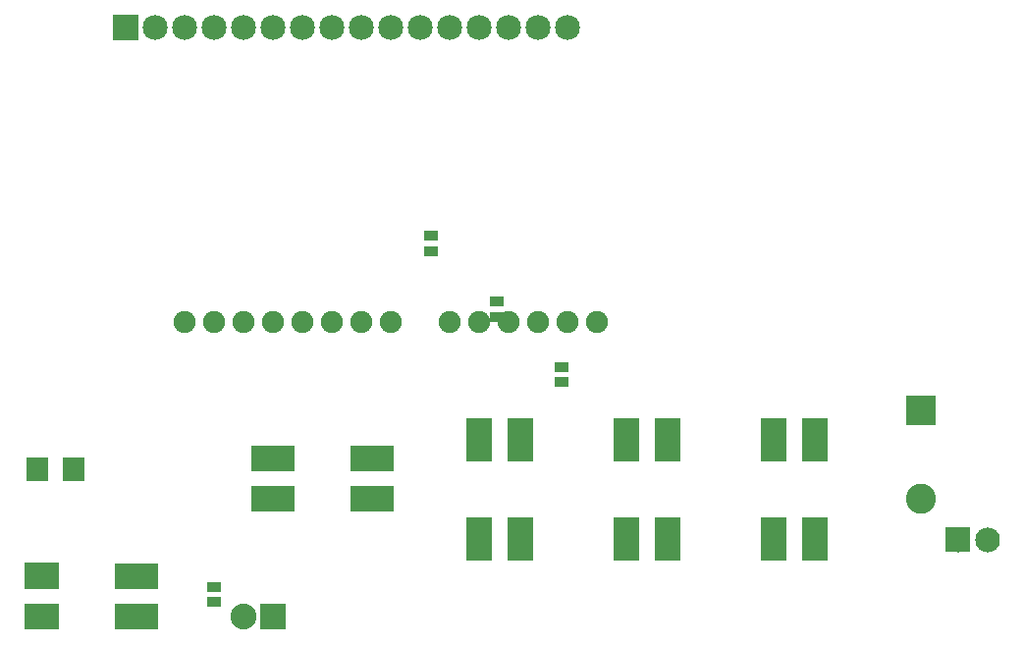
<source format=gts>
G04 MADE WITH FRITZING*
G04 WWW.FRITZING.ORG*
G04 DOUBLE SIDED*
G04 HOLES PLATED*
G04 CONTOUR ON CENTER OF CONTOUR VECTOR*
%ASAXBY*%
%FSLAX23Y23*%
%MOIN*%
%OFA0B0*%
%SFA1.0B1.0*%
%ADD10C,0.075278*%
%ADD11C,0.084000*%
%ADD12C,0.085000*%
%ADD13C,0.088000*%
%ADD14C,0.102000*%
%ADD15R,0.085000X0.085000*%
%ADD16R,0.072992X0.084803*%
%ADD17R,0.147795X0.088740*%
%ADD18R,0.088740X0.147795*%
%ADD19R,0.045433X0.037559*%
%ADD20R,0.088000X0.088000*%
%ADD21R,0.102000X0.102000*%
%ADD22R,0.001000X0.001000*%
%LNMASK1*%
G90*
G70*
G54D10*
X1544Y1089D03*
X1644Y1089D03*
X1744Y1089D03*
X1844Y1089D03*
X1944Y1089D03*
X644Y1089D03*
X544Y1089D03*
X744Y1089D03*
X844Y1089D03*
X944Y1089D03*
X1044Y1089D03*
X1144Y1089D03*
X1244Y1089D03*
X1444Y1089D03*
G54D11*
X3169Y349D03*
X3269Y349D03*
X3169Y349D03*
X3269Y349D03*
G54D12*
X344Y2089D03*
X444Y2089D03*
X544Y2089D03*
X644Y2089D03*
X744Y2089D03*
X844Y2089D03*
X944Y2089D03*
X1044Y2089D03*
X1144Y2089D03*
X1244Y2089D03*
X1344Y2089D03*
X1444Y2089D03*
X1544Y2089D03*
X1644Y2089D03*
X1744Y2089D03*
X1844Y2089D03*
G54D13*
X844Y89D03*
X744Y89D03*
G54D14*
X3044Y789D03*
X3044Y489D03*
G54D15*
X344Y2089D03*
G54D16*
X44Y589D03*
X166Y589D03*
G54D17*
X844Y627D03*
X844Y489D03*
X1179Y489D03*
X1179Y627D03*
X379Y89D03*
X379Y227D03*
G54D18*
X1682Y689D03*
X1544Y689D03*
X1544Y354D03*
X1682Y354D03*
X2182Y689D03*
X2044Y689D03*
X2044Y354D03*
X2182Y354D03*
X2682Y689D03*
X2544Y689D03*
X2544Y354D03*
X2682Y354D03*
G54D19*
X2047Y714D03*
X2047Y663D03*
X1603Y1159D03*
X1603Y1107D03*
X1825Y936D03*
X1825Y885D03*
X1380Y1381D03*
X1380Y1330D03*
X644Y189D03*
X644Y138D03*
G54D20*
X844Y89D03*
G54D21*
X3044Y789D03*
G54D22*
X3127Y391D02*
X3210Y391D01*
X3127Y390D02*
X3210Y390D01*
X3127Y389D02*
X3210Y389D01*
X3127Y388D02*
X3210Y388D01*
X3127Y387D02*
X3210Y387D01*
X3127Y386D02*
X3210Y386D01*
X3127Y385D02*
X3210Y385D01*
X3127Y384D02*
X3210Y384D01*
X3127Y383D02*
X3210Y383D01*
X3127Y382D02*
X3210Y382D01*
X3127Y381D02*
X3210Y381D01*
X3127Y380D02*
X3210Y380D01*
X3127Y379D02*
X3210Y379D01*
X3127Y378D02*
X3210Y378D01*
X3127Y377D02*
X3210Y377D01*
X3127Y376D02*
X3210Y376D01*
X3127Y375D02*
X3210Y375D01*
X3127Y374D02*
X3210Y374D01*
X3127Y373D02*
X3210Y373D01*
X3127Y372D02*
X3210Y372D01*
X3127Y371D02*
X3210Y371D01*
X3127Y370D02*
X3210Y370D01*
X3127Y369D02*
X3210Y369D01*
X3127Y368D02*
X3210Y368D01*
X3127Y367D02*
X3210Y367D01*
X3127Y366D02*
X3210Y366D01*
X3127Y365D02*
X3210Y365D01*
X3127Y364D02*
X3165Y364D01*
X3172Y364D02*
X3210Y364D01*
X3127Y363D02*
X3162Y363D01*
X3175Y363D02*
X3210Y363D01*
X3127Y362D02*
X3160Y362D01*
X3177Y362D02*
X3210Y362D01*
X3127Y361D02*
X3159Y361D01*
X3178Y361D02*
X3210Y361D01*
X3127Y360D02*
X3157Y360D01*
X3179Y360D02*
X3210Y360D01*
X3127Y359D02*
X3156Y359D01*
X3180Y359D02*
X3210Y359D01*
X3127Y358D02*
X3156Y358D01*
X3181Y358D02*
X3210Y358D01*
X3127Y357D02*
X3155Y357D01*
X3182Y357D02*
X3210Y357D01*
X3127Y356D02*
X3154Y356D01*
X3182Y356D02*
X3210Y356D01*
X3127Y355D02*
X3154Y355D01*
X3183Y355D02*
X3210Y355D01*
X3127Y354D02*
X3154Y354D01*
X3183Y354D02*
X3210Y354D01*
X3127Y353D02*
X3153Y353D01*
X3183Y353D02*
X3210Y353D01*
X3127Y352D02*
X3153Y352D01*
X3184Y352D02*
X3210Y352D01*
X3127Y351D02*
X3153Y351D01*
X3184Y351D02*
X3210Y351D01*
X3127Y350D02*
X3153Y350D01*
X3184Y350D02*
X3210Y350D01*
X3127Y349D02*
X3153Y349D01*
X3184Y349D02*
X3210Y349D01*
X3127Y348D02*
X3153Y348D01*
X3184Y348D02*
X3210Y348D01*
X3127Y347D02*
X3153Y347D01*
X3184Y347D02*
X3210Y347D01*
X3127Y346D02*
X3153Y346D01*
X3184Y346D02*
X3210Y346D01*
X3127Y345D02*
X3153Y345D01*
X3183Y345D02*
X3210Y345D01*
X3127Y344D02*
X3154Y344D01*
X3183Y344D02*
X3210Y344D01*
X3127Y343D02*
X3154Y343D01*
X3183Y343D02*
X3210Y343D01*
X3127Y342D02*
X3155Y342D01*
X3182Y342D02*
X3210Y342D01*
X3127Y341D02*
X3155Y341D01*
X3181Y341D02*
X3210Y341D01*
X3127Y340D02*
X3156Y340D01*
X3181Y340D02*
X3210Y340D01*
X3127Y339D02*
X3157Y339D01*
X3180Y339D02*
X3210Y339D01*
X3127Y338D02*
X3158Y338D01*
X3179Y338D02*
X3210Y338D01*
X3127Y337D02*
X3159Y337D01*
X3177Y337D02*
X3210Y337D01*
X3127Y336D02*
X3161Y336D01*
X3176Y336D02*
X3210Y336D01*
X3127Y335D02*
X3163Y335D01*
X3173Y335D02*
X3210Y335D01*
X3127Y334D02*
X3210Y334D01*
X3127Y333D02*
X3210Y333D01*
X3127Y332D02*
X3210Y332D01*
X3127Y331D02*
X3210Y331D01*
X3127Y330D02*
X3210Y330D01*
X3127Y329D02*
X3210Y329D01*
X3127Y328D02*
X3210Y328D01*
X3127Y327D02*
X3210Y327D01*
X3127Y326D02*
X3210Y326D01*
X3127Y325D02*
X3210Y325D01*
X3127Y324D02*
X3210Y324D01*
X3127Y323D02*
X3210Y323D01*
X3127Y322D02*
X3210Y322D01*
X3127Y321D02*
X3210Y321D01*
X3127Y320D02*
X3210Y320D01*
X3127Y319D02*
X3210Y319D01*
X3127Y318D02*
X3210Y318D01*
X3127Y317D02*
X3210Y317D01*
X3127Y316D02*
X3210Y316D01*
X3127Y315D02*
X3210Y315D01*
X3127Y314D02*
X3210Y314D01*
X3127Y313D02*
X3210Y313D01*
X3127Y312D02*
X3210Y312D01*
X3127Y311D02*
X3210Y311D01*
X3127Y310D02*
X3210Y310D01*
X3127Y309D02*
X3210Y309D01*
X3127Y308D02*
X3210Y308D01*
X0Y271D02*
X117Y271D01*
X0Y270D02*
X117Y270D01*
X0Y269D02*
X117Y269D01*
X0Y268D02*
X117Y268D01*
X0Y267D02*
X117Y267D01*
X0Y266D02*
X117Y266D01*
X0Y265D02*
X117Y265D01*
X0Y264D02*
X117Y264D01*
X0Y263D02*
X117Y263D01*
X0Y262D02*
X117Y262D01*
X0Y261D02*
X117Y261D01*
X0Y260D02*
X117Y260D01*
X0Y259D02*
X117Y259D01*
X0Y258D02*
X117Y258D01*
X0Y257D02*
X117Y257D01*
X0Y256D02*
X117Y256D01*
X0Y255D02*
X117Y255D01*
X0Y254D02*
X117Y254D01*
X0Y253D02*
X117Y253D01*
X0Y252D02*
X117Y252D01*
X0Y251D02*
X117Y251D01*
X0Y250D02*
X117Y250D01*
X0Y249D02*
X117Y249D01*
X0Y248D02*
X117Y248D01*
X0Y247D02*
X117Y247D01*
X0Y246D02*
X117Y246D01*
X0Y245D02*
X117Y245D01*
X0Y244D02*
X117Y244D01*
X0Y243D02*
X117Y243D01*
X0Y242D02*
X117Y242D01*
X0Y241D02*
X117Y241D01*
X0Y240D02*
X117Y240D01*
X0Y239D02*
X117Y239D01*
X0Y238D02*
X117Y238D01*
X0Y237D02*
X117Y237D01*
X0Y236D02*
X117Y236D01*
X0Y235D02*
X117Y235D01*
X0Y234D02*
X117Y234D01*
X0Y233D02*
X117Y233D01*
X0Y232D02*
X117Y232D01*
X0Y231D02*
X117Y231D01*
X0Y230D02*
X117Y230D01*
X0Y229D02*
X117Y229D01*
X0Y228D02*
X117Y228D01*
X0Y227D02*
X117Y227D01*
X0Y226D02*
X117Y226D01*
X0Y225D02*
X117Y225D01*
X0Y224D02*
X117Y224D01*
X0Y223D02*
X117Y223D01*
X0Y222D02*
X117Y222D01*
X0Y221D02*
X117Y221D01*
X0Y220D02*
X117Y220D01*
X0Y219D02*
X117Y219D01*
X0Y218D02*
X117Y218D01*
X0Y217D02*
X117Y217D01*
X0Y216D02*
X117Y216D01*
X0Y215D02*
X117Y215D01*
X0Y214D02*
X117Y214D01*
X0Y213D02*
X117Y213D01*
X0Y212D02*
X117Y212D01*
X0Y211D02*
X117Y211D01*
X0Y210D02*
X117Y210D01*
X0Y209D02*
X117Y209D01*
X0Y208D02*
X117Y208D01*
X0Y207D02*
X117Y207D01*
X0Y206D02*
X117Y206D01*
X0Y205D02*
X117Y205D01*
X0Y204D02*
X117Y204D01*
X0Y203D02*
X117Y203D01*
X0Y202D02*
X117Y202D01*
X0Y201D02*
X117Y201D01*
X0Y200D02*
X117Y200D01*
X0Y199D02*
X117Y199D01*
X0Y198D02*
X117Y198D01*
X0Y197D02*
X117Y197D01*
X0Y196D02*
X117Y196D01*
X0Y195D02*
X117Y195D01*
X0Y194D02*
X117Y194D01*
X0Y193D02*
X117Y193D01*
X0Y192D02*
X117Y192D01*
X0Y191D02*
X117Y191D01*
X0Y190D02*
X117Y190D01*
X0Y189D02*
X117Y189D01*
X0Y188D02*
X117Y188D01*
X0Y187D02*
X117Y187D01*
X0Y186D02*
X117Y186D01*
X0Y185D02*
X117Y185D01*
X0Y184D02*
X117Y184D01*
X0Y183D02*
X117Y183D01*
X0Y133D02*
X117Y133D01*
X0Y132D02*
X117Y132D01*
X0Y131D02*
X117Y131D01*
X0Y130D02*
X117Y130D01*
X0Y129D02*
X117Y129D01*
X0Y128D02*
X117Y128D01*
X0Y127D02*
X117Y127D01*
X0Y126D02*
X117Y126D01*
X0Y125D02*
X117Y125D01*
X0Y124D02*
X117Y124D01*
X0Y123D02*
X117Y123D01*
X0Y122D02*
X117Y122D01*
X0Y121D02*
X117Y121D01*
X0Y120D02*
X117Y120D01*
X0Y119D02*
X117Y119D01*
X0Y118D02*
X117Y118D01*
X0Y117D02*
X117Y117D01*
X0Y116D02*
X117Y116D01*
X0Y115D02*
X117Y115D01*
X0Y114D02*
X117Y114D01*
X0Y113D02*
X117Y113D01*
X0Y112D02*
X117Y112D01*
X0Y111D02*
X117Y111D01*
X0Y110D02*
X117Y110D01*
X0Y109D02*
X117Y109D01*
X0Y108D02*
X117Y108D01*
X0Y107D02*
X117Y107D01*
X0Y106D02*
X117Y106D01*
X0Y105D02*
X117Y105D01*
X0Y104D02*
X117Y104D01*
X0Y103D02*
X117Y103D01*
X0Y102D02*
X117Y102D01*
X0Y101D02*
X117Y101D01*
X0Y100D02*
X117Y100D01*
X0Y99D02*
X117Y99D01*
X0Y98D02*
X117Y98D01*
X0Y97D02*
X117Y97D01*
X0Y96D02*
X117Y96D01*
X0Y95D02*
X117Y95D01*
X0Y94D02*
X117Y94D01*
X0Y93D02*
X117Y93D01*
X0Y92D02*
X117Y92D01*
X0Y91D02*
X117Y91D01*
X0Y90D02*
X117Y90D01*
X0Y89D02*
X117Y89D01*
X0Y88D02*
X117Y88D01*
X0Y87D02*
X117Y87D01*
X0Y86D02*
X117Y86D01*
X0Y85D02*
X117Y85D01*
X0Y84D02*
X117Y84D01*
X0Y83D02*
X117Y83D01*
X0Y82D02*
X117Y82D01*
X0Y81D02*
X117Y81D01*
X0Y80D02*
X117Y80D01*
X0Y79D02*
X117Y79D01*
X0Y78D02*
X117Y78D01*
X0Y77D02*
X117Y77D01*
X0Y76D02*
X117Y76D01*
X0Y75D02*
X117Y75D01*
X0Y74D02*
X117Y74D01*
X0Y73D02*
X117Y73D01*
X0Y72D02*
X117Y72D01*
X0Y71D02*
X117Y71D01*
X0Y70D02*
X117Y70D01*
X0Y69D02*
X117Y69D01*
X0Y68D02*
X117Y68D01*
X0Y67D02*
X117Y67D01*
X0Y66D02*
X117Y66D01*
X0Y65D02*
X117Y65D01*
X0Y64D02*
X117Y64D01*
X0Y63D02*
X117Y63D01*
X0Y62D02*
X117Y62D01*
X0Y61D02*
X117Y61D01*
X0Y60D02*
X117Y60D01*
X0Y59D02*
X117Y59D01*
X0Y58D02*
X117Y58D01*
X0Y57D02*
X117Y57D01*
X0Y56D02*
X117Y56D01*
X0Y55D02*
X117Y55D01*
X0Y54D02*
X117Y54D01*
X0Y53D02*
X117Y53D01*
X0Y52D02*
X117Y52D01*
X0Y51D02*
X117Y51D01*
X0Y50D02*
X117Y50D01*
X0Y49D02*
X117Y49D01*
X0Y48D02*
X117Y48D01*
X0Y47D02*
X117Y47D01*
X0Y46D02*
X117Y46D01*
D02*
G04 End of Mask1*
M02*
</source>
